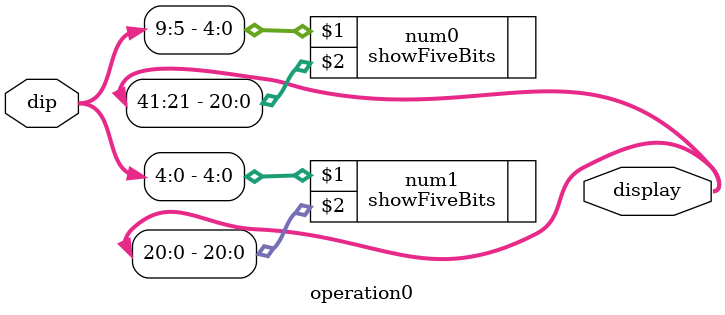
<source format=v>
`timescale 1ns / 1ps
module operation0(
    input [9:0] dip,
    output [41:0] display
    );

showFiveBits num0(dip[9:5], display[41:21]);
showFiveBits num1(dip[4:0], display[20:0]);


endmodule

</source>
